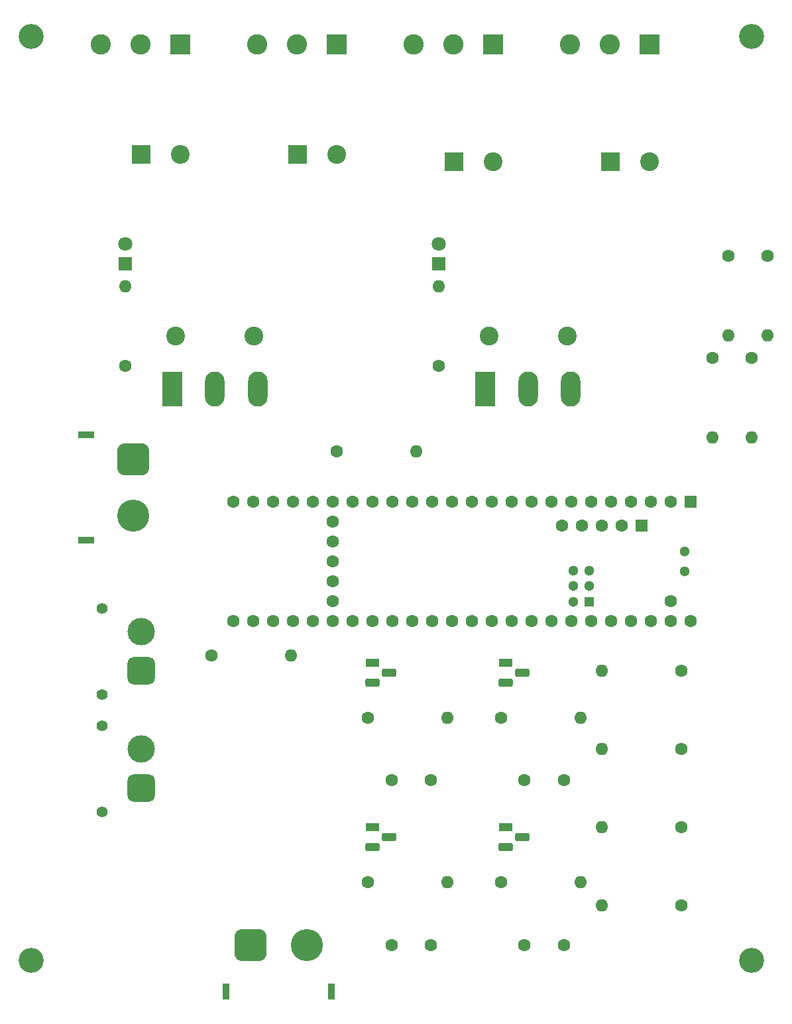
<source format=gbr>
%TF.GenerationSoftware,KiCad,Pcbnew,9.0.4-9.0.4-0~ubuntu24.04.1*%
%TF.CreationDate,2025-09-15T01:16:36+00:00*%
%TF.ProjectId,miniv_estop_board,6d696e69-765f-4657-9374-6f705f626f61,rev?*%
%TF.SameCoordinates,Original*%
%TF.FileFunction,Soldermask,Top*%
%TF.FilePolarity,Negative*%
%FSLAX46Y46*%
G04 Gerber Fmt 4.6, Leading zero omitted, Abs format (unit mm)*
G04 Created by KiCad (PCBNEW 9.0.4-9.0.4-0~ubuntu24.04.1) date 2025-09-15 01:16:36*
%MOMM*%
%LPD*%
G01*
G04 APERTURE LIST*
G04 Aperture macros list*
%AMRoundRect*
0 Rectangle with rounded corners*
0 $1 Rounding radius*
0 $2 $3 $4 $5 $6 $7 $8 $9 X,Y pos of 4 corners*
0 Add a 4 corners polygon primitive as box body*
4,1,4,$2,$3,$4,$5,$6,$7,$8,$9,$2,$3,0*
0 Add four circle primitives for the rounded corners*
1,1,$1+$1,$2,$3*
1,1,$1+$1,$4,$5*
1,1,$1+$1,$6,$7*
1,1,$1+$1,$8,$9*
0 Add four rect primitives between the rounded corners*
20,1,$1+$1,$2,$3,$4,$5,0*
20,1,$1+$1,$4,$5,$6,$7,0*
20,1,$1+$1,$6,$7,$8,$9,0*
20,1,$1+$1,$8,$9,$2,$3,0*%
G04 Aperture macros list end*
%ADD10R,2.000000X0.900000*%
%ADD11RoundRect,1.025000X1.025000X-1.025000X1.025000X1.025000X-1.025000X1.025000X-1.025000X-1.025000X0*%
%ADD12C,4.100000*%
%ADD13R,1.800000X1.800000*%
%ADD14C,1.800000*%
%ADD15C,1.400000*%
%ADD16RoundRect,0.770000X0.980000X-0.980000X0.980000X0.980000X-0.980000X0.980000X-0.980000X-0.980000X0*%
%ADD17C,3.500000*%
%ADD18C,1.600000*%
%ADD19O,1.600000X1.600000*%
%ADD20R,2.400000X2.400000*%
%ADD21C,2.400000*%
%ADD22R,2.600000X2.600000*%
%ADD23C,2.600000*%
%ADD24R,1.800000X1.100000*%
%ADD25RoundRect,0.275000X-0.625000X0.275000X-0.625000X-0.275000X0.625000X-0.275000X0.625000X0.275000X0*%
%ADD26C,3.200000*%
%ADD27R,2.500000X4.500000*%
%ADD28O,2.500000X4.500000*%
%ADD29R,0.900000X2.000000*%
%ADD30RoundRect,1.025000X1.025000X1.025000X-1.025000X1.025000X-1.025000X-1.025000X1.025000X-1.025000X0*%
%ADD31R,1.600000X1.600000*%
%ADD32R,1.300000X1.300000*%
%ADD33C,1.300000*%
G04 APERTURE END LIST*
D10*
%TO.C,J1*%
X103000000Y-83350000D03*
X103000000Y-69850000D03*
D11*
X109000000Y-73000000D03*
D12*
X109000000Y-80200000D03*
%TD*%
D13*
%TO.C,D3*%
X148000000Y-48000000D03*
D14*
X148000000Y-45460000D03*
%TD*%
D15*
%TO.C,J8*%
X105000000Y-103000000D03*
X105000000Y-92000000D03*
D16*
X110000000Y-100000000D03*
D17*
X110000000Y-95000000D03*
%TD*%
D18*
%TO.C,C5*%
X147000000Y-135000000D03*
X142000000Y-135000000D03*
%TD*%
%TO.C,R13*%
X185000000Y-47000000D03*
D19*
X185000000Y-57160000D03*
%TD*%
D18*
%TO.C,R3*%
X156000000Y-106000000D03*
D19*
X166160000Y-106000000D03*
%TD*%
D18*
%TO.C,R2*%
X108000000Y-61000000D03*
D19*
X108000000Y-50840000D03*
%TD*%
D18*
%TO.C,R1*%
X135000000Y-72000000D03*
D19*
X145160000Y-72000000D03*
%TD*%
D20*
%TO.C,C2*%
X110000000Y-34000000D03*
D21*
X115000000Y-34000000D03*
%TD*%
D18*
%TO.C,R5*%
X156000000Y-127000000D03*
D19*
X166160000Y-127000000D03*
%TD*%
D22*
%TO.C,J3*%
X135000000Y-20000000D03*
D23*
X129920000Y-20000000D03*
X124840000Y-20000000D03*
%TD*%
D18*
%TO.C,R6*%
X139000000Y-106000000D03*
D19*
X149160000Y-106000000D03*
%TD*%
D18*
%TO.C,R12*%
X183000000Y-60000000D03*
D19*
X183000000Y-70160000D03*
%TD*%
D21*
%TO.C,HS1*%
X114450000Y-57200000D03*
X124450000Y-57200000D03*
%TD*%
D24*
%TO.C,Q3*%
X139600000Y-99000000D03*
D25*
X141670000Y-100270000D03*
X139600000Y-101540000D03*
%TD*%
D20*
%TO.C,C7*%
X150000000Y-35000000D03*
D21*
X155000000Y-35000000D03*
%TD*%
D13*
%TO.C,D1*%
X108000000Y-48000000D03*
D14*
X108000000Y-45460000D03*
%TD*%
D18*
%TO.C,R15*%
X190000000Y-47000000D03*
D19*
X190000000Y-57160000D03*
%TD*%
D26*
%TO.C,H4*%
X188000000Y-137000000D03*
%TD*%
D18*
%TO.C,R16*%
X148000000Y-61000000D03*
D19*
X148000000Y-50840000D03*
%TD*%
D24*
%TO.C,Q7*%
X156600000Y-99000000D03*
D25*
X158670000Y-100270000D03*
X156600000Y-101540000D03*
%TD*%
D22*
%TO.C,J5*%
X175000000Y-20000000D03*
D23*
X169920000Y-20000000D03*
X164840000Y-20000000D03*
%TD*%
D18*
%TO.C,R11*%
X119000000Y-98000000D03*
D19*
X129160000Y-98000000D03*
%TD*%
D21*
%TO.C,HS2*%
X154450000Y-57200000D03*
X164450000Y-57200000D03*
%TD*%
D15*
%TO.C,J7*%
X105000000Y-118000000D03*
X105000000Y-107000000D03*
D16*
X110000000Y-115000000D03*
D17*
X110000000Y-110000000D03*
%TD*%
D24*
%TO.C,Q2*%
X156600000Y-120000000D03*
D25*
X158670000Y-121270000D03*
X156600000Y-122540000D03*
%TD*%
D22*
%TO.C,J2*%
X115000000Y-20000000D03*
D23*
X109920000Y-20000000D03*
X104840000Y-20000000D03*
%TD*%
D27*
%TO.C,Q1*%
X114000000Y-64000000D03*
D28*
X119450000Y-64000000D03*
X124900000Y-64000000D03*
%TD*%
D18*
%TO.C,C1*%
X164000000Y-114000000D03*
X159000000Y-114000000D03*
%TD*%
%TO.C,R8*%
X179000000Y-110000000D03*
D19*
X168840000Y-110000000D03*
%TD*%
D22*
%TO.C,J4*%
X155000000Y-20000000D03*
D23*
X149920000Y-20000000D03*
X144840000Y-20000000D03*
%TD*%
D26*
%TO.C,H3*%
X96000000Y-137000000D03*
%TD*%
D18*
%TO.C,R14*%
X188000000Y-60000000D03*
D19*
X188000000Y-70160000D03*
%TD*%
D20*
%TO.C,C9*%
X170000000Y-35000000D03*
D21*
X175000000Y-35000000D03*
%TD*%
D20*
%TO.C,C6*%
X130000000Y-34000000D03*
D21*
X135000000Y-34000000D03*
%TD*%
D27*
%TO.C,Q6*%
X154000000Y-64000000D03*
D28*
X159450000Y-64000000D03*
X164900000Y-64000000D03*
%TD*%
D26*
%TO.C,H2*%
X188000000Y-19000000D03*
%TD*%
D18*
%TO.C,R9*%
X179000000Y-120000000D03*
D19*
X168840000Y-120000000D03*
%TD*%
D26*
%TO.C,H1*%
X96000000Y-19000000D03*
%TD*%
D18*
%TO.C,C4*%
X147000000Y-114000000D03*
X142000000Y-114000000D03*
%TD*%
%TO.C,R7*%
X139000000Y-127000000D03*
D19*
X149160000Y-127000000D03*
%TD*%
D29*
%TO.C,J6*%
X134350000Y-141000000D03*
X120850000Y-141000000D03*
D30*
X124000000Y-135000000D03*
D12*
X131200000Y-135000000D03*
%TD*%
D24*
%TO.C,Q4*%
X139600000Y-120000000D03*
D25*
X141670000Y-121270000D03*
X139600000Y-122540000D03*
%TD*%
D31*
%TO.C,U1*%
X180210000Y-78380000D03*
D18*
X177670000Y-78380000D03*
X175130000Y-78380000D03*
X172590000Y-78380000D03*
X170050000Y-78380000D03*
X167510000Y-78380000D03*
X164970000Y-78380000D03*
X162430000Y-78380000D03*
X159890000Y-78380000D03*
X157350000Y-78380000D03*
X154810000Y-78380000D03*
X152270000Y-78380000D03*
X149730000Y-78380000D03*
X147190000Y-78380000D03*
X144650000Y-78380000D03*
X142110000Y-78380000D03*
X139570000Y-78380000D03*
X137030000Y-78380000D03*
X134490000Y-78380000D03*
X131950000Y-78380000D03*
X129410000Y-78380000D03*
X126870000Y-78380000D03*
X124330000Y-78380000D03*
X121790000Y-78380000D03*
X121790000Y-93620000D03*
X124330000Y-93620000D03*
X126870000Y-93620000D03*
X129410000Y-93620000D03*
X131950000Y-93620000D03*
X134490000Y-93620000D03*
X137030000Y-93620000D03*
X139570000Y-93620000D03*
X142110000Y-93620000D03*
X144650000Y-93620000D03*
X147190000Y-93620000D03*
X149730000Y-93620000D03*
X152270000Y-93620000D03*
X154810000Y-93620000D03*
X157350000Y-93620000D03*
X159890000Y-93620000D03*
X162430000Y-93620000D03*
X164970000Y-93620000D03*
X167510000Y-93620000D03*
X170050000Y-93620000D03*
X172590000Y-93620000D03*
X175130000Y-93620000D03*
X177670000Y-93620000D03*
X180210000Y-93620000D03*
X177670000Y-91080000D03*
X134490000Y-80920000D03*
X134490000Y-83460000D03*
X134490000Y-86000000D03*
X134490000Y-88540000D03*
X134490000Y-91080000D03*
D31*
X173910800Y-81430800D03*
D18*
X171370800Y-81430800D03*
X168830800Y-81430800D03*
X166290800Y-81430800D03*
X163750800Y-81430800D03*
D32*
X167240000Y-91181600D03*
D33*
X167240000Y-89181600D03*
X167240000Y-87181600D03*
X165240000Y-87181600D03*
X165240000Y-89181600D03*
X165240000Y-91181600D03*
X179480000Y-87270000D03*
X179480000Y-84730000D03*
%TD*%
D18*
%TO.C,C3*%
X164000000Y-135000000D03*
X159000000Y-135000000D03*
%TD*%
%TO.C,R10*%
X179000000Y-130000000D03*
D19*
X168840000Y-130000000D03*
%TD*%
D18*
%TO.C,R4*%
X179000000Y-100000000D03*
D19*
X168840000Y-100000000D03*
%TD*%
M02*

</source>
